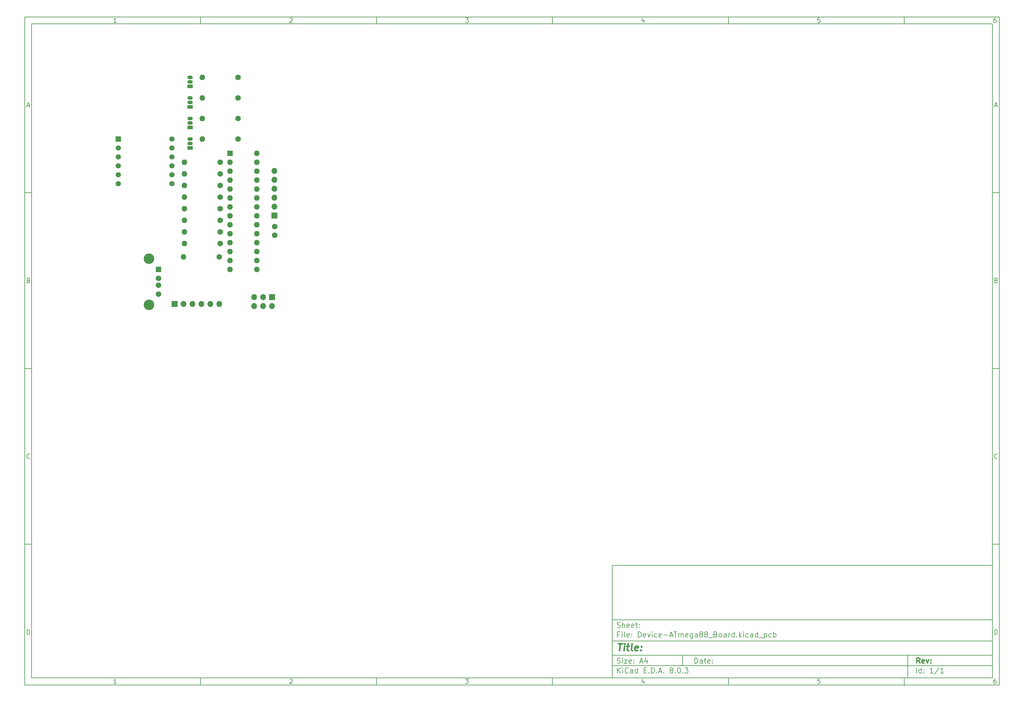
<source format=gbr>
%TF.GenerationSoftware,KiCad,Pcbnew,8.0.3*%
%TF.CreationDate,2025-04-06T07:58:35+09:00*%
%TF.ProjectId,Device-ATmega88_Board,44657669-6365-42d4-9154-6d6567613838,rev?*%
%TF.SameCoordinates,Original*%
%TF.FileFunction,Soldermask,Bot*%
%TF.FilePolarity,Negative*%
%FSLAX46Y46*%
G04 Gerber Fmt 4.6, Leading zero omitted, Abs format (unit mm)*
G04 Created by KiCad (PCBNEW 8.0.3) date 2025-04-06 07:58:35*
%MOMM*%
%LPD*%
G01*
G04 APERTURE LIST*
%ADD10C,0.100000*%
%ADD11C,0.150000*%
%ADD12C,0.300000*%
%ADD13C,0.400000*%
%ADD14C,1.600000*%
%ADD15O,1.600000X1.600000*%
%ADD16R,1.500000X1.050000*%
%ADD17O,1.500000X1.050000*%
%ADD18R,1.600000X1.600000*%
%ADD19R,1.700000X1.700000*%
%ADD20O,1.700000X1.700000*%
%ADD21R,1.500000X1.600000*%
%ADD22C,3.000000*%
%ADD23R,1.500000X1.500000*%
%ADD24C,1.500000*%
G04 APERTURE END LIST*
D10*
D11*
X177002200Y-166007200D02*
X285002200Y-166007200D01*
X285002200Y-198007200D01*
X177002200Y-198007200D01*
X177002200Y-166007200D01*
D10*
D11*
X10000000Y-10000000D02*
X287002200Y-10000000D01*
X287002200Y-200007200D01*
X10000000Y-200007200D01*
X10000000Y-10000000D01*
D10*
D11*
X12000000Y-12000000D02*
X285002200Y-12000000D01*
X285002200Y-198007200D01*
X12000000Y-198007200D01*
X12000000Y-12000000D01*
D10*
D11*
X60000000Y-12000000D02*
X60000000Y-10000000D01*
D10*
D11*
X110000000Y-12000000D02*
X110000000Y-10000000D01*
D10*
D11*
X160000000Y-12000000D02*
X160000000Y-10000000D01*
D10*
D11*
X210000000Y-12000000D02*
X210000000Y-10000000D01*
D10*
D11*
X260000000Y-12000000D02*
X260000000Y-10000000D01*
D10*
D11*
X36089160Y-11593604D02*
X35346303Y-11593604D01*
X35717731Y-11593604D02*
X35717731Y-10293604D01*
X35717731Y-10293604D02*
X35593922Y-10479319D01*
X35593922Y-10479319D02*
X35470112Y-10603128D01*
X35470112Y-10603128D02*
X35346303Y-10665033D01*
D10*
D11*
X85346303Y-10417414D02*
X85408207Y-10355509D01*
X85408207Y-10355509D02*
X85532017Y-10293604D01*
X85532017Y-10293604D02*
X85841541Y-10293604D01*
X85841541Y-10293604D02*
X85965350Y-10355509D01*
X85965350Y-10355509D02*
X86027255Y-10417414D01*
X86027255Y-10417414D02*
X86089160Y-10541223D01*
X86089160Y-10541223D02*
X86089160Y-10665033D01*
X86089160Y-10665033D02*
X86027255Y-10850747D01*
X86027255Y-10850747D02*
X85284398Y-11593604D01*
X85284398Y-11593604D02*
X86089160Y-11593604D01*
D10*
D11*
X135284398Y-10293604D02*
X136089160Y-10293604D01*
X136089160Y-10293604D02*
X135655826Y-10788842D01*
X135655826Y-10788842D02*
X135841541Y-10788842D01*
X135841541Y-10788842D02*
X135965350Y-10850747D01*
X135965350Y-10850747D02*
X136027255Y-10912652D01*
X136027255Y-10912652D02*
X136089160Y-11036461D01*
X136089160Y-11036461D02*
X136089160Y-11345985D01*
X136089160Y-11345985D02*
X136027255Y-11469795D01*
X136027255Y-11469795D02*
X135965350Y-11531700D01*
X135965350Y-11531700D02*
X135841541Y-11593604D01*
X135841541Y-11593604D02*
X135470112Y-11593604D01*
X135470112Y-11593604D02*
X135346303Y-11531700D01*
X135346303Y-11531700D02*
X135284398Y-11469795D01*
D10*
D11*
X185965350Y-10726938D02*
X185965350Y-11593604D01*
X185655826Y-10231700D02*
X185346303Y-11160271D01*
X185346303Y-11160271D02*
X186151064Y-11160271D01*
D10*
D11*
X236027255Y-10293604D02*
X235408207Y-10293604D01*
X235408207Y-10293604D02*
X235346303Y-10912652D01*
X235346303Y-10912652D02*
X235408207Y-10850747D01*
X235408207Y-10850747D02*
X235532017Y-10788842D01*
X235532017Y-10788842D02*
X235841541Y-10788842D01*
X235841541Y-10788842D02*
X235965350Y-10850747D01*
X235965350Y-10850747D02*
X236027255Y-10912652D01*
X236027255Y-10912652D02*
X236089160Y-11036461D01*
X236089160Y-11036461D02*
X236089160Y-11345985D01*
X236089160Y-11345985D02*
X236027255Y-11469795D01*
X236027255Y-11469795D02*
X235965350Y-11531700D01*
X235965350Y-11531700D02*
X235841541Y-11593604D01*
X235841541Y-11593604D02*
X235532017Y-11593604D01*
X235532017Y-11593604D02*
X235408207Y-11531700D01*
X235408207Y-11531700D02*
X235346303Y-11469795D01*
D10*
D11*
X285965350Y-10293604D02*
X285717731Y-10293604D01*
X285717731Y-10293604D02*
X285593922Y-10355509D01*
X285593922Y-10355509D02*
X285532017Y-10417414D01*
X285532017Y-10417414D02*
X285408207Y-10603128D01*
X285408207Y-10603128D02*
X285346303Y-10850747D01*
X285346303Y-10850747D02*
X285346303Y-11345985D01*
X285346303Y-11345985D02*
X285408207Y-11469795D01*
X285408207Y-11469795D02*
X285470112Y-11531700D01*
X285470112Y-11531700D02*
X285593922Y-11593604D01*
X285593922Y-11593604D02*
X285841541Y-11593604D01*
X285841541Y-11593604D02*
X285965350Y-11531700D01*
X285965350Y-11531700D02*
X286027255Y-11469795D01*
X286027255Y-11469795D02*
X286089160Y-11345985D01*
X286089160Y-11345985D02*
X286089160Y-11036461D01*
X286089160Y-11036461D02*
X286027255Y-10912652D01*
X286027255Y-10912652D02*
X285965350Y-10850747D01*
X285965350Y-10850747D02*
X285841541Y-10788842D01*
X285841541Y-10788842D02*
X285593922Y-10788842D01*
X285593922Y-10788842D02*
X285470112Y-10850747D01*
X285470112Y-10850747D02*
X285408207Y-10912652D01*
X285408207Y-10912652D02*
X285346303Y-11036461D01*
D10*
D11*
X60000000Y-198007200D02*
X60000000Y-200007200D01*
D10*
D11*
X110000000Y-198007200D02*
X110000000Y-200007200D01*
D10*
D11*
X160000000Y-198007200D02*
X160000000Y-200007200D01*
D10*
D11*
X210000000Y-198007200D02*
X210000000Y-200007200D01*
D10*
D11*
X260000000Y-198007200D02*
X260000000Y-200007200D01*
D10*
D11*
X36089160Y-199600804D02*
X35346303Y-199600804D01*
X35717731Y-199600804D02*
X35717731Y-198300804D01*
X35717731Y-198300804D02*
X35593922Y-198486519D01*
X35593922Y-198486519D02*
X35470112Y-198610328D01*
X35470112Y-198610328D02*
X35346303Y-198672233D01*
D10*
D11*
X85346303Y-198424614D02*
X85408207Y-198362709D01*
X85408207Y-198362709D02*
X85532017Y-198300804D01*
X85532017Y-198300804D02*
X85841541Y-198300804D01*
X85841541Y-198300804D02*
X85965350Y-198362709D01*
X85965350Y-198362709D02*
X86027255Y-198424614D01*
X86027255Y-198424614D02*
X86089160Y-198548423D01*
X86089160Y-198548423D02*
X86089160Y-198672233D01*
X86089160Y-198672233D02*
X86027255Y-198857947D01*
X86027255Y-198857947D02*
X85284398Y-199600804D01*
X85284398Y-199600804D02*
X86089160Y-199600804D01*
D10*
D11*
X135284398Y-198300804D02*
X136089160Y-198300804D01*
X136089160Y-198300804D02*
X135655826Y-198796042D01*
X135655826Y-198796042D02*
X135841541Y-198796042D01*
X135841541Y-198796042D02*
X135965350Y-198857947D01*
X135965350Y-198857947D02*
X136027255Y-198919852D01*
X136027255Y-198919852D02*
X136089160Y-199043661D01*
X136089160Y-199043661D02*
X136089160Y-199353185D01*
X136089160Y-199353185D02*
X136027255Y-199476995D01*
X136027255Y-199476995D02*
X135965350Y-199538900D01*
X135965350Y-199538900D02*
X135841541Y-199600804D01*
X135841541Y-199600804D02*
X135470112Y-199600804D01*
X135470112Y-199600804D02*
X135346303Y-199538900D01*
X135346303Y-199538900D02*
X135284398Y-199476995D01*
D10*
D11*
X185965350Y-198734138D02*
X185965350Y-199600804D01*
X185655826Y-198238900D02*
X185346303Y-199167471D01*
X185346303Y-199167471D02*
X186151064Y-199167471D01*
D10*
D11*
X236027255Y-198300804D02*
X235408207Y-198300804D01*
X235408207Y-198300804D02*
X235346303Y-198919852D01*
X235346303Y-198919852D02*
X235408207Y-198857947D01*
X235408207Y-198857947D02*
X235532017Y-198796042D01*
X235532017Y-198796042D02*
X235841541Y-198796042D01*
X235841541Y-198796042D02*
X235965350Y-198857947D01*
X235965350Y-198857947D02*
X236027255Y-198919852D01*
X236027255Y-198919852D02*
X236089160Y-199043661D01*
X236089160Y-199043661D02*
X236089160Y-199353185D01*
X236089160Y-199353185D02*
X236027255Y-199476995D01*
X236027255Y-199476995D02*
X235965350Y-199538900D01*
X235965350Y-199538900D02*
X235841541Y-199600804D01*
X235841541Y-199600804D02*
X235532017Y-199600804D01*
X235532017Y-199600804D02*
X235408207Y-199538900D01*
X235408207Y-199538900D02*
X235346303Y-199476995D01*
D10*
D11*
X285965350Y-198300804D02*
X285717731Y-198300804D01*
X285717731Y-198300804D02*
X285593922Y-198362709D01*
X285593922Y-198362709D02*
X285532017Y-198424614D01*
X285532017Y-198424614D02*
X285408207Y-198610328D01*
X285408207Y-198610328D02*
X285346303Y-198857947D01*
X285346303Y-198857947D02*
X285346303Y-199353185D01*
X285346303Y-199353185D02*
X285408207Y-199476995D01*
X285408207Y-199476995D02*
X285470112Y-199538900D01*
X285470112Y-199538900D02*
X285593922Y-199600804D01*
X285593922Y-199600804D02*
X285841541Y-199600804D01*
X285841541Y-199600804D02*
X285965350Y-199538900D01*
X285965350Y-199538900D02*
X286027255Y-199476995D01*
X286027255Y-199476995D02*
X286089160Y-199353185D01*
X286089160Y-199353185D02*
X286089160Y-199043661D01*
X286089160Y-199043661D02*
X286027255Y-198919852D01*
X286027255Y-198919852D02*
X285965350Y-198857947D01*
X285965350Y-198857947D02*
X285841541Y-198796042D01*
X285841541Y-198796042D02*
X285593922Y-198796042D01*
X285593922Y-198796042D02*
X285470112Y-198857947D01*
X285470112Y-198857947D02*
X285408207Y-198919852D01*
X285408207Y-198919852D02*
X285346303Y-199043661D01*
D10*
D11*
X10000000Y-60000000D02*
X12000000Y-60000000D01*
D10*
D11*
X10000000Y-110000000D02*
X12000000Y-110000000D01*
D10*
D11*
X10000000Y-160000000D02*
X12000000Y-160000000D01*
D10*
D11*
X10690476Y-35222176D02*
X11309523Y-35222176D01*
X10566666Y-35593604D02*
X10999999Y-34293604D01*
X10999999Y-34293604D02*
X11433333Y-35593604D01*
D10*
D11*
X11092857Y-84912652D02*
X11278571Y-84974557D01*
X11278571Y-84974557D02*
X11340476Y-85036461D01*
X11340476Y-85036461D02*
X11402380Y-85160271D01*
X11402380Y-85160271D02*
X11402380Y-85345985D01*
X11402380Y-85345985D02*
X11340476Y-85469795D01*
X11340476Y-85469795D02*
X11278571Y-85531700D01*
X11278571Y-85531700D02*
X11154761Y-85593604D01*
X11154761Y-85593604D02*
X10659523Y-85593604D01*
X10659523Y-85593604D02*
X10659523Y-84293604D01*
X10659523Y-84293604D02*
X11092857Y-84293604D01*
X11092857Y-84293604D02*
X11216666Y-84355509D01*
X11216666Y-84355509D02*
X11278571Y-84417414D01*
X11278571Y-84417414D02*
X11340476Y-84541223D01*
X11340476Y-84541223D02*
X11340476Y-84665033D01*
X11340476Y-84665033D02*
X11278571Y-84788842D01*
X11278571Y-84788842D02*
X11216666Y-84850747D01*
X11216666Y-84850747D02*
X11092857Y-84912652D01*
X11092857Y-84912652D02*
X10659523Y-84912652D01*
D10*
D11*
X11402380Y-135469795D02*
X11340476Y-135531700D01*
X11340476Y-135531700D02*
X11154761Y-135593604D01*
X11154761Y-135593604D02*
X11030952Y-135593604D01*
X11030952Y-135593604D02*
X10845238Y-135531700D01*
X10845238Y-135531700D02*
X10721428Y-135407890D01*
X10721428Y-135407890D02*
X10659523Y-135284080D01*
X10659523Y-135284080D02*
X10597619Y-135036461D01*
X10597619Y-135036461D02*
X10597619Y-134850747D01*
X10597619Y-134850747D02*
X10659523Y-134603128D01*
X10659523Y-134603128D02*
X10721428Y-134479319D01*
X10721428Y-134479319D02*
X10845238Y-134355509D01*
X10845238Y-134355509D02*
X11030952Y-134293604D01*
X11030952Y-134293604D02*
X11154761Y-134293604D01*
X11154761Y-134293604D02*
X11340476Y-134355509D01*
X11340476Y-134355509D02*
X11402380Y-134417414D01*
D10*
D11*
X10659523Y-185593604D02*
X10659523Y-184293604D01*
X10659523Y-184293604D02*
X10969047Y-184293604D01*
X10969047Y-184293604D02*
X11154761Y-184355509D01*
X11154761Y-184355509D02*
X11278571Y-184479319D01*
X11278571Y-184479319D02*
X11340476Y-184603128D01*
X11340476Y-184603128D02*
X11402380Y-184850747D01*
X11402380Y-184850747D02*
X11402380Y-185036461D01*
X11402380Y-185036461D02*
X11340476Y-185284080D01*
X11340476Y-185284080D02*
X11278571Y-185407890D01*
X11278571Y-185407890D02*
X11154761Y-185531700D01*
X11154761Y-185531700D02*
X10969047Y-185593604D01*
X10969047Y-185593604D02*
X10659523Y-185593604D01*
D10*
D11*
X287002200Y-60000000D02*
X285002200Y-60000000D01*
D10*
D11*
X287002200Y-110000000D02*
X285002200Y-110000000D01*
D10*
D11*
X287002200Y-160000000D02*
X285002200Y-160000000D01*
D10*
D11*
X285692676Y-35222176D02*
X286311723Y-35222176D01*
X285568866Y-35593604D02*
X286002199Y-34293604D01*
X286002199Y-34293604D02*
X286435533Y-35593604D01*
D10*
D11*
X286095057Y-84912652D02*
X286280771Y-84974557D01*
X286280771Y-84974557D02*
X286342676Y-85036461D01*
X286342676Y-85036461D02*
X286404580Y-85160271D01*
X286404580Y-85160271D02*
X286404580Y-85345985D01*
X286404580Y-85345985D02*
X286342676Y-85469795D01*
X286342676Y-85469795D02*
X286280771Y-85531700D01*
X286280771Y-85531700D02*
X286156961Y-85593604D01*
X286156961Y-85593604D02*
X285661723Y-85593604D01*
X285661723Y-85593604D02*
X285661723Y-84293604D01*
X285661723Y-84293604D02*
X286095057Y-84293604D01*
X286095057Y-84293604D02*
X286218866Y-84355509D01*
X286218866Y-84355509D02*
X286280771Y-84417414D01*
X286280771Y-84417414D02*
X286342676Y-84541223D01*
X286342676Y-84541223D02*
X286342676Y-84665033D01*
X286342676Y-84665033D02*
X286280771Y-84788842D01*
X286280771Y-84788842D02*
X286218866Y-84850747D01*
X286218866Y-84850747D02*
X286095057Y-84912652D01*
X286095057Y-84912652D02*
X285661723Y-84912652D01*
D10*
D11*
X286404580Y-135469795D02*
X286342676Y-135531700D01*
X286342676Y-135531700D02*
X286156961Y-135593604D01*
X286156961Y-135593604D02*
X286033152Y-135593604D01*
X286033152Y-135593604D02*
X285847438Y-135531700D01*
X285847438Y-135531700D02*
X285723628Y-135407890D01*
X285723628Y-135407890D02*
X285661723Y-135284080D01*
X285661723Y-135284080D02*
X285599819Y-135036461D01*
X285599819Y-135036461D02*
X285599819Y-134850747D01*
X285599819Y-134850747D02*
X285661723Y-134603128D01*
X285661723Y-134603128D02*
X285723628Y-134479319D01*
X285723628Y-134479319D02*
X285847438Y-134355509D01*
X285847438Y-134355509D02*
X286033152Y-134293604D01*
X286033152Y-134293604D02*
X286156961Y-134293604D01*
X286156961Y-134293604D02*
X286342676Y-134355509D01*
X286342676Y-134355509D02*
X286404580Y-134417414D01*
D10*
D11*
X285661723Y-185593604D02*
X285661723Y-184293604D01*
X285661723Y-184293604D02*
X285971247Y-184293604D01*
X285971247Y-184293604D02*
X286156961Y-184355509D01*
X286156961Y-184355509D02*
X286280771Y-184479319D01*
X286280771Y-184479319D02*
X286342676Y-184603128D01*
X286342676Y-184603128D02*
X286404580Y-184850747D01*
X286404580Y-184850747D02*
X286404580Y-185036461D01*
X286404580Y-185036461D02*
X286342676Y-185284080D01*
X286342676Y-185284080D02*
X286280771Y-185407890D01*
X286280771Y-185407890D02*
X286156961Y-185531700D01*
X286156961Y-185531700D02*
X285971247Y-185593604D01*
X285971247Y-185593604D02*
X285661723Y-185593604D01*
D10*
D11*
X200458026Y-193793328D02*
X200458026Y-192293328D01*
X200458026Y-192293328D02*
X200815169Y-192293328D01*
X200815169Y-192293328D02*
X201029455Y-192364757D01*
X201029455Y-192364757D02*
X201172312Y-192507614D01*
X201172312Y-192507614D02*
X201243741Y-192650471D01*
X201243741Y-192650471D02*
X201315169Y-192936185D01*
X201315169Y-192936185D02*
X201315169Y-193150471D01*
X201315169Y-193150471D02*
X201243741Y-193436185D01*
X201243741Y-193436185D02*
X201172312Y-193579042D01*
X201172312Y-193579042D02*
X201029455Y-193721900D01*
X201029455Y-193721900D02*
X200815169Y-193793328D01*
X200815169Y-193793328D02*
X200458026Y-193793328D01*
X202600884Y-193793328D02*
X202600884Y-193007614D01*
X202600884Y-193007614D02*
X202529455Y-192864757D01*
X202529455Y-192864757D02*
X202386598Y-192793328D01*
X202386598Y-192793328D02*
X202100884Y-192793328D01*
X202100884Y-192793328D02*
X201958026Y-192864757D01*
X202600884Y-193721900D02*
X202458026Y-193793328D01*
X202458026Y-193793328D02*
X202100884Y-193793328D01*
X202100884Y-193793328D02*
X201958026Y-193721900D01*
X201958026Y-193721900D02*
X201886598Y-193579042D01*
X201886598Y-193579042D02*
X201886598Y-193436185D01*
X201886598Y-193436185D02*
X201958026Y-193293328D01*
X201958026Y-193293328D02*
X202100884Y-193221900D01*
X202100884Y-193221900D02*
X202458026Y-193221900D01*
X202458026Y-193221900D02*
X202600884Y-193150471D01*
X203100884Y-192793328D02*
X203672312Y-192793328D01*
X203315169Y-192293328D02*
X203315169Y-193579042D01*
X203315169Y-193579042D02*
X203386598Y-193721900D01*
X203386598Y-193721900D02*
X203529455Y-193793328D01*
X203529455Y-193793328D02*
X203672312Y-193793328D01*
X204743741Y-193721900D02*
X204600884Y-193793328D01*
X204600884Y-193793328D02*
X204315170Y-193793328D01*
X204315170Y-193793328D02*
X204172312Y-193721900D01*
X204172312Y-193721900D02*
X204100884Y-193579042D01*
X204100884Y-193579042D02*
X204100884Y-193007614D01*
X204100884Y-193007614D02*
X204172312Y-192864757D01*
X204172312Y-192864757D02*
X204315170Y-192793328D01*
X204315170Y-192793328D02*
X204600884Y-192793328D01*
X204600884Y-192793328D02*
X204743741Y-192864757D01*
X204743741Y-192864757D02*
X204815170Y-193007614D01*
X204815170Y-193007614D02*
X204815170Y-193150471D01*
X204815170Y-193150471D02*
X204100884Y-193293328D01*
X205458026Y-193650471D02*
X205529455Y-193721900D01*
X205529455Y-193721900D02*
X205458026Y-193793328D01*
X205458026Y-193793328D02*
X205386598Y-193721900D01*
X205386598Y-193721900D02*
X205458026Y-193650471D01*
X205458026Y-193650471D02*
X205458026Y-193793328D01*
X205458026Y-192864757D02*
X205529455Y-192936185D01*
X205529455Y-192936185D02*
X205458026Y-193007614D01*
X205458026Y-193007614D02*
X205386598Y-192936185D01*
X205386598Y-192936185D02*
X205458026Y-192864757D01*
X205458026Y-192864757D02*
X205458026Y-193007614D01*
D10*
D11*
X177002200Y-194507200D02*
X285002200Y-194507200D01*
D10*
D11*
X178458026Y-196593328D02*
X178458026Y-195093328D01*
X179315169Y-196593328D02*
X178672312Y-195736185D01*
X179315169Y-195093328D02*
X178458026Y-195950471D01*
X179958026Y-196593328D02*
X179958026Y-195593328D01*
X179958026Y-195093328D02*
X179886598Y-195164757D01*
X179886598Y-195164757D02*
X179958026Y-195236185D01*
X179958026Y-195236185D02*
X180029455Y-195164757D01*
X180029455Y-195164757D02*
X179958026Y-195093328D01*
X179958026Y-195093328D02*
X179958026Y-195236185D01*
X181529455Y-196450471D02*
X181458027Y-196521900D01*
X181458027Y-196521900D02*
X181243741Y-196593328D01*
X181243741Y-196593328D02*
X181100884Y-196593328D01*
X181100884Y-196593328D02*
X180886598Y-196521900D01*
X180886598Y-196521900D02*
X180743741Y-196379042D01*
X180743741Y-196379042D02*
X180672312Y-196236185D01*
X180672312Y-196236185D02*
X180600884Y-195950471D01*
X180600884Y-195950471D02*
X180600884Y-195736185D01*
X180600884Y-195736185D02*
X180672312Y-195450471D01*
X180672312Y-195450471D02*
X180743741Y-195307614D01*
X180743741Y-195307614D02*
X180886598Y-195164757D01*
X180886598Y-195164757D02*
X181100884Y-195093328D01*
X181100884Y-195093328D02*
X181243741Y-195093328D01*
X181243741Y-195093328D02*
X181458027Y-195164757D01*
X181458027Y-195164757D02*
X181529455Y-195236185D01*
X182815170Y-196593328D02*
X182815170Y-195807614D01*
X182815170Y-195807614D02*
X182743741Y-195664757D01*
X182743741Y-195664757D02*
X182600884Y-195593328D01*
X182600884Y-195593328D02*
X182315170Y-195593328D01*
X182315170Y-195593328D02*
X182172312Y-195664757D01*
X182815170Y-196521900D02*
X182672312Y-196593328D01*
X182672312Y-196593328D02*
X182315170Y-196593328D01*
X182315170Y-196593328D02*
X182172312Y-196521900D01*
X182172312Y-196521900D02*
X182100884Y-196379042D01*
X182100884Y-196379042D02*
X182100884Y-196236185D01*
X182100884Y-196236185D02*
X182172312Y-196093328D01*
X182172312Y-196093328D02*
X182315170Y-196021900D01*
X182315170Y-196021900D02*
X182672312Y-196021900D01*
X182672312Y-196021900D02*
X182815170Y-195950471D01*
X184172313Y-196593328D02*
X184172313Y-195093328D01*
X184172313Y-196521900D02*
X184029455Y-196593328D01*
X184029455Y-196593328D02*
X183743741Y-196593328D01*
X183743741Y-196593328D02*
X183600884Y-196521900D01*
X183600884Y-196521900D02*
X183529455Y-196450471D01*
X183529455Y-196450471D02*
X183458027Y-196307614D01*
X183458027Y-196307614D02*
X183458027Y-195879042D01*
X183458027Y-195879042D02*
X183529455Y-195736185D01*
X183529455Y-195736185D02*
X183600884Y-195664757D01*
X183600884Y-195664757D02*
X183743741Y-195593328D01*
X183743741Y-195593328D02*
X184029455Y-195593328D01*
X184029455Y-195593328D02*
X184172313Y-195664757D01*
X186029455Y-195807614D02*
X186529455Y-195807614D01*
X186743741Y-196593328D02*
X186029455Y-196593328D01*
X186029455Y-196593328D02*
X186029455Y-195093328D01*
X186029455Y-195093328D02*
X186743741Y-195093328D01*
X187386598Y-196450471D02*
X187458027Y-196521900D01*
X187458027Y-196521900D02*
X187386598Y-196593328D01*
X187386598Y-196593328D02*
X187315170Y-196521900D01*
X187315170Y-196521900D02*
X187386598Y-196450471D01*
X187386598Y-196450471D02*
X187386598Y-196593328D01*
X188100884Y-196593328D02*
X188100884Y-195093328D01*
X188100884Y-195093328D02*
X188458027Y-195093328D01*
X188458027Y-195093328D02*
X188672313Y-195164757D01*
X188672313Y-195164757D02*
X188815170Y-195307614D01*
X188815170Y-195307614D02*
X188886599Y-195450471D01*
X188886599Y-195450471D02*
X188958027Y-195736185D01*
X188958027Y-195736185D02*
X188958027Y-195950471D01*
X188958027Y-195950471D02*
X188886599Y-196236185D01*
X188886599Y-196236185D02*
X188815170Y-196379042D01*
X188815170Y-196379042D02*
X188672313Y-196521900D01*
X188672313Y-196521900D02*
X188458027Y-196593328D01*
X188458027Y-196593328D02*
X188100884Y-196593328D01*
X189600884Y-196450471D02*
X189672313Y-196521900D01*
X189672313Y-196521900D02*
X189600884Y-196593328D01*
X189600884Y-196593328D02*
X189529456Y-196521900D01*
X189529456Y-196521900D02*
X189600884Y-196450471D01*
X189600884Y-196450471D02*
X189600884Y-196593328D01*
X190243742Y-196164757D02*
X190958028Y-196164757D01*
X190100885Y-196593328D02*
X190600885Y-195093328D01*
X190600885Y-195093328D02*
X191100885Y-196593328D01*
X191600884Y-196450471D02*
X191672313Y-196521900D01*
X191672313Y-196521900D02*
X191600884Y-196593328D01*
X191600884Y-196593328D02*
X191529456Y-196521900D01*
X191529456Y-196521900D02*
X191600884Y-196450471D01*
X191600884Y-196450471D02*
X191600884Y-196593328D01*
X193672313Y-195736185D02*
X193529456Y-195664757D01*
X193529456Y-195664757D02*
X193458027Y-195593328D01*
X193458027Y-195593328D02*
X193386599Y-195450471D01*
X193386599Y-195450471D02*
X193386599Y-195379042D01*
X193386599Y-195379042D02*
X193458027Y-195236185D01*
X193458027Y-195236185D02*
X193529456Y-195164757D01*
X193529456Y-195164757D02*
X193672313Y-195093328D01*
X193672313Y-195093328D02*
X193958027Y-195093328D01*
X193958027Y-195093328D02*
X194100885Y-195164757D01*
X194100885Y-195164757D02*
X194172313Y-195236185D01*
X194172313Y-195236185D02*
X194243742Y-195379042D01*
X194243742Y-195379042D02*
X194243742Y-195450471D01*
X194243742Y-195450471D02*
X194172313Y-195593328D01*
X194172313Y-195593328D02*
X194100885Y-195664757D01*
X194100885Y-195664757D02*
X193958027Y-195736185D01*
X193958027Y-195736185D02*
X193672313Y-195736185D01*
X193672313Y-195736185D02*
X193529456Y-195807614D01*
X193529456Y-195807614D02*
X193458027Y-195879042D01*
X193458027Y-195879042D02*
X193386599Y-196021900D01*
X193386599Y-196021900D02*
X193386599Y-196307614D01*
X193386599Y-196307614D02*
X193458027Y-196450471D01*
X193458027Y-196450471D02*
X193529456Y-196521900D01*
X193529456Y-196521900D02*
X193672313Y-196593328D01*
X193672313Y-196593328D02*
X193958027Y-196593328D01*
X193958027Y-196593328D02*
X194100885Y-196521900D01*
X194100885Y-196521900D02*
X194172313Y-196450471D01*
X194172313Y-196450471D02*
X194243742Y-196307614D01*
X194243742Y-196307614D02*
X194243742Y-196021900D01*
X194243742Y-196021900D02*
X194172313Y-195879042D01*
X194172313Y-195879042D02*
X194100885Y-195807614D01*
X194100885Y-195807614D02*
X193958027Y-195736185D01*
X194886598Y-196450471D02*
X194958027Y-196521900D01*
X194958027Y-196521900D02*
X194886598Y-196593328D01*
X194886598Y-196593328D02*
X194815170Y-196521900D01*
X194815170Y-196521900D02*
X194886598Y-196450471D01*
X194886598Y-196450471D02*
X194886598Y-196593328D01*
X195886599Y-195093328D02*
X196029456Y-195093328D01*
X196029456Y-195093328D02*
X196172313Y-195164757D01*
X196172313Y-195164757D02*
X196243742Y-195236185D01*
X196243742Y-195236185D02*
X196315170Y-195379042D01*
X196315170Y-195379042D02*
X196386599Y-195664757D01*
X196386599Y-195664757D02*
X196386599Y-196021900D01*
X196386599Y-196021900D02*
X196315170Y-196307614D01*
X196315170Y-196307614D02*
X196243742Y-196450471D01*
X196243742Y-196450471D02*
X196172313Y-196521900D01*
X196172313Y-196521900D02*
X196029456Y-196593328D01*
X196029456Y-196593328D02*
X195886599Y-196593328D01*
X195886599Y-196593328D02*
X195743742Y-196521900D01*
X195743742Y-196521900D02*
X195672313Y-196450471D01*
X195672313Y-196450471D02*
X195600884Y-196307614D01*
X195600884Y-196307614D02*
X195529456Y-196021900D01*
X195529456Y-196021900D02*
X195529456Y-195664757D01*
X195529456Y-195664757D02*
X195600884Y-195379042D01*
X195600884Y-195379042D02*
X195672313Y-195236185D01*
X195672313Y-195236185D02*
X195743742Y-195164757D01*
X195743742Y-195164757D02*
X195886599Y-195093328D01*
X197029455Y-196450471D02*
X197100884Y-196521900D01*
X197100884Y-196521900D02*
X197029455Y-196593328D01*
X197029455Y-196593328D02*
X196958027Y-196521900D01*
X196958027Y-196521900D02*
X197029455Y-196450471D01*
X197029455Y-196450471D02*
X197029455Y-196593328D01*
X197600884Y-195093328D02*
X198529456Y-195093328D01*
X198529456Y-195093328D02*
X198029456Y-195664757D01*
X198029456Y-195664757D02*
X198243741Y-195664757D01*
X198243741Y-195664757D02*
X198386599Y-195736185D01*
X198386599Y-195736185D02*
X198458027Y-195807614D01*
X198458027Y-195807614D02*
X198529456Y-195950471D01*
X198529456Y-195950471D02*
X198529456Y-196307614D01*
X198529456Y-196307614D02*
X198458027Y-196450471D01*
X198458027Y-196450471D02*
X198386599Y-196521900D01*
X198386599Y-196521900D02*
X198243741Y-196593328D01*
X198243741Y-196593328D02*
X197815170Y-196593328D01*
X197815170Y-196593328D02*
X197672313Y-196521900D01*
X197672313Y-196521900D02*
X197600884Y-196450471D01*
D10*
D11*
X177002200Y-191507200D02*
X285002200Y-191507200D01*
D10*
D12*
X264413853Y-193785528D02*
X263913853Y-193071242D01*
X263556710Y-193785528D02*
X263556710Y-192285528D01*
X263556710Y-192285528D02*
X264128139Y-192285528D01*
X264128139Y-192285528D02*
X264270996Y-192356957D01*
X264270996Y-192356957D02*
X264342425Y-192428385D01*
X264342425Y-192428385D02*
X264413853Y-192571242D01*
X264413853Y-192571242D02*
X264413853Y-192785528D01*
X264413853Y-192785528D02*
X264342425Y-192928385D01*
X264342425Y-192928385D02*
X264270996Y-192999814D01*
X264270996Y-192999814D02*
X264128139Y-193071242D01*
X264128139Y-193071242D02*
X263556710Y-193071242D01*
X265628139Y-193714100D02*
X265485282Y-193785528D01*
X265485282Y-193785528D02*
X265199568Y-193785528D01*
X265199568Y-193785528D02*
X265056710Y-193714100D01*
X265056710Y-193714100D02*
X264985282Y-193571242D01*
X264985282Y-193571242D02*
X264985282Y-192999814D01*
X264985282Y-192999814D02*
X265056710Y-192856957D01*
X265056710Y-192856957D02*
X265199568Y-192785528D01*
X265199568Y-192785528D02*
X265485282Y-192785528D01*
X265485282Y-192785528D02*
X265628139Y-192856957D01*
X265628139Y-192856957D02*
X265699568Y-192999814D01*
X265699568Y-192999814D02*
X265699568Y-193142671D01*
X265699568Y-193142671D02*
X264985282Y-193285528D01*
X266199567Y-192785528D02*
X266556710Y-193785528D01*
X266556710Y-193785528D02*
X266913853Y-192785528D01*
X267485281Y-193642671D02*
X267556710Y-193714100D01*
X267556710Y-193714100D02*
X267485281Y-193785528D01*
X267485281Y-193785528D02*
X267413853Y-193714100D01*
X267413853Y-193714100D02*
X267485281Y-193642671D01*
X267485281Y-193642671D02*
X267485281Y-193785528D01*
X267485281Y-192856957D02*
X267556710Y-192928385D01*
X267556710Y-192928385D02*
X267485281Y-192999814D01*
X267485281Y-192999814D02*
X267413853Y-192928385D01*
X267413853Y-192928385D02*
X267485281Y-192856957D01*
X267485281Y-192856957D02*
X267485281Y-192999814D01*
D10*
D11*
X178386598Y-193721900D02*
X178600884Y-193793328D01*
X178600884Y-193793328D02*
X178958026Y-193793328D01*
X178958026Y-193793328D02*
X179100884Y-193721900D01*
X179100884Y-193721900D02*
X179172312Y-193650471D01*
X179172312Y-193650471D02*
X179243741Y-193507614D01*
X179243741Y-193507614D02*
X179243741Y-193364757D01*
X179243741Y-193364757D02*
X179172312Y-193221900D01*
X179172312Y-193221900D02*
X179100884Y-193150471D01*
X179100884Y-193150471D02*
X178958026Y-193079042D01*
X178958026Y-193079042D02*
X178672312Y-193007614D01*
X178672312Y-193007614D02*
X178529455Y-192936185D01*
X178529455Y-192936185D02*
X178458026Y-192864757D01*
X178458026Y-192864757D02*
X178386598Y-192721900D01*
X178386598Y-192721900D02*
X178386598Y-192579042D01*
X178386598Y-192579042D02*
X178458026Y-192436185D01*
X178458026Y-192436185D02*
X178529455Y-192364757D01*
X178529455Y-192364757D02*
X178672312Y-192293328D01*
X178672312Y-192293328D02*
X179029455Y-192293328D01*
X179029455Y-192293328D02*
X179243741Y-192364757D01*
X179886597Y-193793328D02*
X179886597Y-192793328D01*
X179886597Y-192293328D02*
X179815169Y-192364757D01*
X179815169Y-192364757D02*
X179886597Y-192436185D01*
X179886597Y-192436185D02*
X179958026Y-192364757D01*
X179958026Y-192364757D02*
X179886597Y-192293328D01*
X179886597Y-192293328D02*
X179886597Y-192436185D01*
X180458026Y-192793328D02*
X181243741Y-192793328D01*
X181243741Y-192793328D02*
X180458026Y-193793328D01*
X180458026Y-193793328D02*
X181243741Y-193793328D01*
X182386598Y-193721900D02*
X182243741Y-193793328D01*
X182243741Y-193793328D02*
X181958027Y-193793328D01*
X181958027Y-193793328D02*
X181815169Y-193721900D01*
X181815169Y-193721900D02*
X181743741Y-193579042D01*
X181743741Y-193579042D02*
X181743741Y-193007614D01*
X181743741Y-193007614D02*
X181815169Y-192864757D01*
X181815169Y-192864757D02*
X181958027Y-192793328D01*
X181958027Y-192793328D02*
X182243741Y-192793328D01*
X182243741Y-192793328D02*
X182386598Y-192864757D01*
X182386598Y-192864757D02*
X182458027Y-193007614D01*
X182458027Y-193007614D02*
X182458027Y-193150471D01*
X182458027Y-193150471D02*
X181743741Y-193293328D01*
X183100883Y-193650471D02*
X183172312Y-193721900D01*
X183172312Y-193721900D02*
X183100883Y-193793328D01*
X183100883Y-193793328D02*
X183029455Y-193721900D01*
X183029455Y-193721900D02*
X183100883Y-193650471D01*
X183100883Y-193650471D02*
X183100883Y-193793328D01*
X183100883Y-192864757D02*
X183172312Y-192936185D01*
X183172312Y-192936185D02*
X183100883Y-193007614D01*
X183100883Y-193007614D02*
X183029455Y-192936185D01*
X183029455Y-192936185D02*
X183100883Y-192864757D01*
X183100883Y-192864757D02*
X183100883Y-193007614D01*
X184886598Y-193364757D02*
X185600884Y-193364757D01*
X184743741Y-193793328D02*
X185243741Y-192293328D01*
X185243741Y-192293328D02*
X185743741Y-193793328D01*
X186886598Y-192793328D02*
X186886598Y-193793328D01*
X186529455Y-192221900D02*
X186172312Y-193293328D01*
X186172312Y-193293328D02*
X187100883Y-193293328D01*
D10*
D11*
X263458026Y-196593328D02*
X263458026Y-195093328D01*
X264815170Y-196593328D02*
X264815170Y-195093328D01*
X264815170Y-196521900D02*
X264672312Y-196593328D01*
X264672312Y-196593328D02*
X264386598Y-196593328D01*
X264386598Y-196593328D02*
X264243741Y-196521900D01*
X264243741Y-196521900D02*
X264172312Y-196450471D01*
X264172312Y-196450471D02*
X264100884Y-196307614D01*
X264100884Y-196307614D02*
X264100884Y-195879042D01*
X264100884Y-195879042D02*
X264172312Y-195736185D01*
X264172312Y-195736185D02*
X264243741Y-195664757D01*
X264243741Y-195664757D02*
X264386598Y-195593328D01*
X264386598Y-195593328D02*
X264672312Y-195593328D01*
X264672312Y-195593328D02*
X264815170Y-195664757D01*
X265529455Y-196450471D02*
X265600884Y-196521900D01*
X265600884Y-196521900D02*
X265529455Y-196593328D01*
X265529455Y-196593328D02*
X265458027Y-196521900D01*
X265458027Y-196521900D02*
X265529455Y-196450471D01*
X265529455Y-196450471D02*
X265529455Y-196593328D01*
X265529455Y-195664757D02*
X265600884Y-195736185D01*
X265600884Y-195736185D02*
X265529455Y-195807614D01*
X265529455Y-195807614D02*
X265458027Y-195736185D01*
X265458027Y-195736185D02*
X265529455Y-195664757D01*
X265529455Y-195664757D02*
X265529455Y-195807614D01*
X268172313Y-196593328D02*
X267315170Y-196593328D01*
X267743741Y-196593328D02*
X267743741Y-195093328D01*
X267743741Y-195093328D02*
X267600884Y-195307614D01*
X267600884Y-195307614D02*
X267458027Y-195450471D01*
X267458027Y-195450471D02*
X267315170Y-195521900D01*
X269886598Y-195021900D02*
X268600884Y-196950471D01*
X271172313Y-196593328D02*
X270315170Y-196593328D01*
X270743741Y-196593328D02*
X270743741Y-195093328D01*
X270743741Y-195093328D02*
X270600884Y-195307614D01*
X270600884Y-195307614D02*
X270458027Y-195450471D01*
X270458027Y-195450471D02*
X270315170Y-195521900D01*
D10*
D11*
X177002200Y-187507200D02*
X285002200Y-187507200D01*
D10*
D13*
X178693928Y-188211638D02*
X179836785Y-188211638D01*
X179015357Y-190211638D02*
X179265357Y-188211638D01*
X180253452Y-190211638D02*
X180420119Y-188878304D01*
X180503452Y-188211638D02*
X180396309Y-188306876D01*
X180396309Y-188306876D02*
X180479643Y-188402114D01*
X180479643Y-188402114D02*
X180586786Y-188306876D01*
X180586786Y-188306876D02*
X180503452Y-188211638D01*
X180503452Y-188211638D02*
X180479643Y-188402114D01*
X181086786Y-188878304D02*
X181848690Y-188878304D01*
X181455833Y-188211638D02*
X181241548Y-189925923D01*
X181241548Y-189925923D02*
X181312976Y-190116400D01*
X181312976Y-190116400D02*
X181491548Y-190211638D01*
X181491548Y-190211638D02*
X181682024Y-190211638D01*
X182634405Y-190211638D02*
X182455833Y-190116400D01*
X182455833Y-190116400D02*
X182384405Y-189925923D01*
X182384405Y-189925923D02*
X182598690Y-188211638D01*
X184170119Y-190116400D02*
X183967738Y-190211638D01*
X183967738Y-190211638D02*
X183586785Y-190211638D01*
X183586785Y-190211638D02*
X183408214Y-190116400D01*
X183408214Y-190116400D02*
X183336785Y-189925923D01*
X183336785Y-189925923D02*
X183432024Y-189164019D01*
X183432024Y-189164019D02*
X183551071Y-188973542D01*
X183551071Y-188973542D02*
X183753452Y-188878304D01*
X183753452Y-188878304D02*
X184134404Y-188878304D01*
X184134404Y-188878304D02*
X184312976Y-188973542D01*
X184312976Y-188973542D02*
X184384404Y-189164019D01*
X184384404Y-189164019D02*
X184360595Y-189354495D01*
X184360595Y-189354495D02*
X183384404Y-189544971D01*
X185134405Y-190021161D02*
X185217738Y-190116400D01*
X185217738Y-190116400D02*
X185110595Y-190211638D01*
X185110595Y-190211638D02*
X185027262Y-190116400D01*
X185027262Y-190116400D02*
X185134405Y-190021161D01*
X185134405Y-190021161D02*
X185110595Y-190211638D01*
X185265357Y-188973542D02*
X185348690Y-189068780D01*
X185348690Y-189068780D02*
X185241548Y-189164019D01*
X185241548Y-189164019D02*
X185158214Y-189068780D01*
X185158214Y-189068780D02*
X185265357Y-188973542D01*
X185265357Y-188973542D02*
X185241548Y-189164019D01*
D10*
D11*
X178958026Y-185607614D02*
X178458026Y-185607614D01*
X178458026Y-186393328D02*
X178458026Y-184893328D01*
X178458026Y-184893328D02*
X179172312Y-184893328D01*
X179743740Y-186393328D02*
X179743740Y-185393328D01*
X179743740Y-184893328D02*
X179672312Y-184964757D01*
X179672312Y-184964757D02*
X179743740Y-185036185D01*
X179743740Y-185036185D02*
X179815169Y-184964757D01*
X179815169Y-184964757D02*
X179743740Y-184893328D01*
X179743740Y-184893328D02*
X179743740Y-185036185D01*
X180672312Y-186393328D02*
X180529455Y-186321900D01*
X180529455Y-186321900D02*
X180458026Y-186179042D01*
X180458026Y-186179042D02*
X180458026Y-184893328D01*
X181815169Y-186321900D02*
X181672312Y-186393328D01*
X181672312Y-186393328D02*
X181386598Y-186393328D01*
X181386598Y-186393328D02*
X181243740Y-186321900D01*
X181243740Y-186321900D02*
X181172312Y-186179042D01*
X181172312Y-186179042D02*
X181172312Y-185607614D01*
X181172312Y-185607614D02*
X181243740Y-185464757D01*
X181243740Y-185464757D02*
X181386598Y-185393328D01*
X181386598Y-185393328D02*
X181672312Y-185393328D01*
X181672312Y-185393328D02*
X181815169Y-185464757D01*
X181815169Y-185464757D02*
X181886598Y-185607614D01*
X181886598Y-185607614D02*
X181886598Y-185750471D01*
X181886598Y-185750471D02*
X181172312Y-185893328D01*
X182529454Y-186250471D02*
X182600883Y-186321900D01*
X182600883Y-186321900D02*
X182529454Y-186393328D01*
X182529454Y-186393328D02*
X182458026Y-186321900D01*
X182458026Y-186321900D02*
X182529454Y-186250471D01*
X182529454Y-186250471D02*
X182529454Y-186393328D01*
X182529454Y-185464757D02*
X182600883Y-185536185D01*
X182600883Y-185536185D02*
X182529454Y-185607614D01*
X182529454Y-185607614D02*
X182458026Y-185536185D01*
X182458026Y-185536185D02*
X182529454Y-185464757D01*
X182529454Y-185464757D02*
X182529454Y-185607614D01*
X184386597Y-186393328D02*
X184386597Y-184893328D01*
X184386597Y-184893328D02*
X184743740Y-184893328D01*
X184743740Y-184893328D02*
X184958026Y-184964757D01*
X184958026Y-184964757D02*
X185100883Y-185107614D01*
X185100883Y-185107614D02*
X185172312Y-185250471D01*
X185172312Y-185250471D02*
X185243740Y-185536185D01*
X185243740Y-185536185D02*
X185243740Y-185750471D01*
X185243740Y-185750471D02*
X185172312Y-186036185D01*
X185172312Y-186036185D02*
X185100883Y-186179042D01*
X185100883Y-186179042D02*
X184958026Y-186321900D01*
X184958026Y-186321900D02*
X184743740Y-186393328D01*
X184743740Y-186393328D02*
X184386597Y-186393328D01*
X186458026Y-186321900D02*
X186315169Y-186393328D01*
X186315169Y-186393328D02*
X186029455Y-186393328D01*
X186029455Y-186393328D02*
X185886597Y-186321900D01*
X185886597Y-186321900D02*
X185815169Y-186179042D01*
X185815169Y-186179042D02*
X185815169Y-185607614D01*
X185815169Y-185607614D02*
X185886597Y-185464757D01*
X185886597Y-185464757D02*
X186029455Y-185393328D01*
X186029455Y-185393328D02*
X186315169Y-185393328D01*
X186315169Y-185393328D02*
X186458026Y-185464757D01*
X186458026Y-185464757D02*
X186529455Y-185607614D01*
X186529455Y-185607614D02*
X186529455Y-185750471D01*
X186529455Y-185750471D02*
X185815169Y-185893328D01*
X187029454Y-185393328D02*
X187386597Y-186393328D01*
X187386597Y-186393328D02*
X187743740Y-185393328D01*
X188315168Y-186393328D02*
X188315168Y-185393328D01*
X188315168Y-184893328D02*
X188243740Y-184964757D01*
X188243740Y-184964757D02*
X188315168Y-185036185D01*
X188315168Y-185036185D02*
X188386597Y-184964757D01*
X188386597Y-184964757D02*
X188315168Y-184893328D01*
X188315168Y-184893328D02*
X188315168Y-185036185D01*
X189672312Y-186321900D02*
X189529454Y-186393328D01*
X189529454Y-186393328D02*
X189243740Y-186393328D01*
X189243740Y-186393328D02*
X189100883Y-186321900D01*
X189100883Y-186321900D02*
X189029454Y-186250471D01*
X189029454Y-186250471D02*
X188958026Y-186107614D01*
X188958026Y-186107614D02*
X188958026Y-185679042D01*
X188958026Y-185679042D02*
X189029454Y-185536185D01*
X189029454Y-185536185D02*
X189100883Y-185464757D01*
X189100883Y-185464757D02*
X189243740Y-185393328D01*
X189243740Y-185393328D02*
X189529454Y-185393328D01*
X189529454Y-185393328D02*
X189672312Y-185464757D01*
X190886597Y-186321900D02*
X190743740Y-186393328D01*
X190743740Y-186393328D02*
X190458026Y-186393328D01*
X190458026Y-186393328D02*
X190315168Y-186321900D01*
X190315168Y-186321900D02*
X190243740Y-186179042D01*
X190243740Y-186179042D02*
X190243740Y-185607614D01*
X190243740Y-185607614D02*
X190315168Y-185464757D01*
X190315168Y-185464757D02*
X190458026Y-185393328D01*
X190458026Y-185393328D02*
X190743740Y-185393328D01*
X190743740Y-185393328D02*
X190886597Y-185464757D01*
X190886597Y-185464757D02*
X190958026Y-185607614D01*
X190958026Y-185607614D02*
X190958026Y-185750471D01*
X190958026Y-185750471D02*
X190243740Y-185893328D01*
X191600882Y-185821900D02*
X192743740Y-185821900D01*
X193386597Y-185964757D02*
X194100883Y-185964757D01*
X193243740Y-186393328D02*
X193743740Y-184893328D01*
X193743740Y-184893328D02*
X194243740Y-186393328D01*
X194529454Y-184893328D02*
X195386597Y-184893328D01*
X194958025Y-186393328D02*
X194958025Y-184893328D01*
X195886596Y-186393328D02*
X195886596Y-185393328D01*
X195886596Y-185536185D02*
X195958025Y-185464757D01*
X195958025Y-185464757D02*
X196100882Y-185393328D01*
X196100882Y-185393328D02*
X196315168Y-185393328D01*
X196315168Y-185393328D02*
X196458025Y-185464757D01*
X196458025Y-185464757D02*
X196529454Y-185607614D01*
X196529454Y-185607614D02*
X196529454Y-186393328D01*
X196529454Y-185607614D02*
X196600882Y-185464757D01*
X196600882Y-185464757D02*
X196743739Y-185393328D01*
X196743739Y-185393328D02*
X196958025Y-185393328D01*
X196958025Y-185393328D02*
X197100882Y-185464757D01*
X197100882Y-185464757D02*
X197172311Y-185607614D01*
X197172311Y-185607614D02*
X197172311Y-186393328D01*
X198458025Y-186321900D02*
X198315168Y-186393328D01*
X198315168Y-186393328D02*
X198029454Y-186393328D01*
X198029454Y-186393328D02*
X197886596Y-186321900D01*
X197886596Y-186321900D02*
X197815168Y-186179042D01*
X197815168Y-186179042D02*
X197815168Y-185607614D01*
X197815168Y-185607614D02*
X197886596Y-185464757D01*
X197886596Y-185464757D02*
X198029454Y-185393328D01*
X198029454Y-185393328D02*
X198315168Y-185393328D01*
X198315168Y-185393328D02*
X198458025Y-185464757D01*
X198458025Y-185464757D02*
X198529454Y-185607614D01*
X198529454Y-185607614D02*
X198529454Y-185750471D01*
X198529454Y-185750471D02*
X197815168Y-185893328D01*
X199815168Y-185393328D02*
X199815168Y-186607614D01*
X199815168Y-186607614D02*
X199743739Y-186750471D01*
X199743739Y-186750471D02*
X199672310Y-186821900D01*
X199672310Y-186821900D02*
X199529453Y-186893328D01*
X199529453Y-186893328D02*
X199315168Y-186893328D01*
X199315168Y-186893328D02*
X199172310Y-186821900D01*
X199815168Y-186321900D02*
X199672310Y-186393328D01*
X199672310Y-186393328D02*
X199386596Y-186393328D01*
X199386596Y-186393328D02*
X199243739Y-186321900D01*
X199243739Y-186321900D02*
X199172310Y-186250471D01*
X199172310Y-186250471D02*
X199100882Y-186107614D01*
X199100882Y-186107614D02*
X199100882Y-185679042D01*
X199100882Y-185679042D02*
X199172310Y-185536185D01*
X199172310Y-185536185D02*
X199243739Y-185464757D01*
X199243739Y-185464757D02*
X199386596Y-185393328D01*
X199386596Y-185393328D02*
X199672310Y-185393328D01*
X199672310Y-185393328D02*
X199815168Y-185464757D01*
X201172311Y-186393328D02*
X201172311Y-185607614D01*
X201172311Y-185607614D02*
X201100882Y-185464757D01*
X201100882Y-185464757D02*
X200958025Y-185393328D01*
X200958025Y-185393328D02*
X200672311Y-185393328D01*
X200672311Y-185393328D02*
X200529453Y-185464757D01*
X201172311Y-186321900D02*
X201029453Y-186393328D01*
X201029453Y-186393328D02*
X200672311Y-186393328D01*
X200672311Y-186393328D02*
X200529453Y-186321900D01*
X200529453Y-186321900D02*
X200458025Y-186179042D01*
X200458025Y-186179042D02*
X200458025Y-186036185D01*
X200458025Y-186036185D02*
X200529453Y-185893328D01*
X200529453Y-185893328D02*
X200672311Y-185821900D01*
X200672311Y-185821900D02*
X201029453Y-185821900D01*
X201029453Y-185821900D02*
X201172311Y-185750471D01*
X202100882Y-185536185D02*
X201958025Y-185464757D01*
X201958025Y-185464757D02*
X201886596Y-185393328D01*
X201886596Y-185393328D02*
X201815168Y-185250471D01*
X201815168Y-185250471D02*
X201815168Y-185179042D01*
X201815168Y-185179042D02*
X201886596Y-185036185D01*
X201886596Y-185036185D02*
X201958025Y-184964757D01*
X201958025Y-184964757D02*
X202100882Y-184893328D01*
X202100882Y-184893328D02*
X202386596Y-184893328D01*
X202386596Y-184893328D02*
X202529454Y-184964757D01*
X202529454Y-184964757D02*
X202600882Y-185036185D01*
X202600882Y-185036185D02*
X202672311Y-185179042D01*
X202672311Y-185179042D02*
X202672311Y-185250471D01*
X202672311Y-185250471D02*
X202600882Y-185393328D01*
X202600882Y-185393328D02*
X202529454Y-185464757D01*
X202529454Y-185464757D02*
X202386596Y-185536185D01*
X202386596Y-185536185D02*
X202100882Y-185536185D01*
X202100882Y-185536185D02*
X201958025Y-185607614D01*
X201958025Y-185607614D02*
X201886596Y-185679042D01*
X201886596Y-185679042D02*
X201815168Y-185821900D01*
X201815168Y-185821900D02*
X201815168Y-186107614D01*
X201815168Y-186107614D02*
X201886596Y-186250471D01*
X201886596Y-186250471D02*
X201958025Y-186321900D01*
X201958025Y-186321900D02*
X202100882Y-186393328D01*
X202100882Y-186393328D02*
X202386596Y-186393328D01*
X202386596Y-186393328D02*
X202529454Y-186321900D01*
X202529454Y-186321900D02*
X202600882Y-186250471D01*
X202600882Y-186250471D02*
X202672311Y-186107614D01*
X202672311Y-186107614D02*
X202672311Y-185821900D01*
X202672311Y-185821900D02*
X202600882Y-185679042D01*
X202600882Y-185679042D02*
X202529454Y-185607614D01*
X202529454Y-185607614D02*
X202386596Y-185536185D01*
X203529453Y-185536185D02*
X203386596Y-185464757D01*
X203386596Y-185464757D02*
X203315167Y-185393328D01*
X203315167Y-185393328D02*
X203243739Y-185250471D01*
X203243739Y-185250471D02*
X203243739Y-185179042D01*
X203243739Y-185179042D02*
X203315167Y-185036185D01*
X203315167Y-185036185D02*
X203386596Y-184964757D01*
X203386596Y-184964757D02*
X203529453Y-184893328D01*
X203529453Y-184893328D02*
X203815167Y-184893328D01*
X203815167Y-184893328D02*
X203958025Y-184964757D01*
X203958025Y-184964757D02*
X204029453Y-185036185D01*
X204029453Y-185036185D02*
X204100882Y-185179042D01*
X204100882Y-185179042D02*
X204100882Y-185250471D01*
X204100882Y-185250471D02*
X204029453Y-185393328D01*
X204029453Y-185393328D02*
X203958025Y-185464757D01*
X203958025Y-185464757D02*
X203815167Y-185536185D01*
X203815167Y-185536185D02*
X203529453Y-185536185D01*
X203529453Y-185536185D02*
X203386596Y-185607614D01*
X203386596Y-185607614D02*
X203315167Y-185679042D01*
X203315167Y-185679042D02*
X203243739Y-185821900D01*
X203243739Y-185821900D02*
X203243739Y-186107614D01*
X203243739Y-186107614D02*
X203315167Y-186250471D01*
X203315167Y-186250471D02*
X203386596Y-186321900D01*
X203386596Y-186321900D02*
X203529453Y-186393328D01*
X203529453Y-186393328D02*
X203815167Y-186393328D01*
X203815167Y-186393328D02*
X203958025Y-186321900D01*
X203958025Y-186321900D02*
X204029453Y-186250471D01*
X204029453Y-186250471D02*
X204100882Y-186107614D01*
X204100882Y-186107614D02*
X204100882Y-185821900D01*
X204100882Y-185821900D02*
X204029453Y-185679042D01*
X204029453Y-185679042D02*
X203958025Y-185607614D01*
X203958025Y-185607614D02*
X203815167Y-185536185D01*
X204386596Y-186536185D02*
X205529453Y-186536185D01*
X206386595Y-185607614D02*
X206600881Y-185679042D01*
X206600881Y-185679042D02*
X206672310Y-185750471D01*
X206672310Y-185750471D02*
X206743738Y-185893328D01*
X206743738Y-185893328D02*
X206743738Y-186107614D01*
X206743738Y-186107614D02*
X206672310Y-186250471D01*
X206672310Y-186250471D02*
X206600881Y-186321900D01*
X206600881Y-186321900D02*
X206458024Y-186393328D01*
X206458024Y-186393328D02*
X205886595Y-186393328D01*
X205886595Y-186393328D02*
X205886595Y-184893328D01*
X205886595Y-184893328D02*
X206386595Y-184893328D01*
X206386595Y-184893328D02*
X206529453Y-184964757D01*
X206529453Y-184964757D02*
X206600881Y-185036185D01*
X206600881Y-185036185D02*
X206672310Y-185179042D01*
X206672310Y-185179042D02*
X206672310Y-185321900D01*
X206672310Y-185321900D02*
X206600881Y-185464757D01*
X206600881Y-185464757D02*
X206529453Y-185536185D01*
X206529453Y-185536185D02*
X206386595Y-185607614D01*
X206386595Y-185607614D02*
X205886595Y-185607614D01*
X207600881Y-186393328D02*
X207458024Y-186321900D01*
X207458024Y-186321900D02*
X207386595Y-186250471D01*
X207386595Y-186250471D02*
X207315167Y-186107614D01*
X207315167Y-186107614D02*
X207315167Y-185679042D01*
X207315167Y-185679042D02*
X207386595Y-185536185D01*
X207386595Y-185536185D02*
X207458024Y-185464757D01*
X207458024Y-185464757D02*
X207600881Y-185393328D01*
X207600881Y-185393328D02*
X207815167Y-185393328D01*
X207815167Y-185393328D02*
X207958024Y-185464757D01*
X207958024Y-185464757D02*
X208029453Y-185536185D01*
X208029453Y-185536185D02*
X208100881Y-185679042D01*
X208100881Y-185679042D02*
X208100881Y-186107614D01*
X208100881Y-186107614D02*
X208029453Y-186250471D01*
X208029453Y-186250471D02*
X207958024Y-186321900D01*
X207958024Y-186321900D02*
X207815167Y-186393328D01*
X207815167Y-186393328D02*
X207600881Y-186393328D01*
X209386596Y-186393328D02*
X209386596Y-185607614D01*
X209386596Y-185607614D02*
X209315167Y-185464757D01*
X209315167Y-185464757D02*
X209172310Y-185393328D01*
X209172310Y-185393328D02*
X208886596Y-185393328D01*
X208886596Y-185393328D02*
X208743738Y-185464757D01*
X209386596Y-186321900D02*
X209243738Y-186393328D01*
X209243738Y-186393328D02*
X208886596Y-186393328D01*
X208886596Y-186393328D02*
X208743738Y-186321900D01*
X208743738Y-186321900D02*
X208672310Y-186179042D01*
X208672310Y-186179042D02*
X208672310Y-186036185D01*
X208672310Y-186036185D02*
X208743738Y-185893328D01*
X208743738Y-185893328D02*
X208886596Y-185821900D01*
X208886596Y-185821900D02*
X209243738Y-185821900D01*
X209243738Y-185821900D02*
X209386596Y-185750471D01*
X210100881Y-186393328D02*
X210100881Y-185393328D01*
X210100881Y-185679042D02*
X210172310Y-185536185D01*
X210172310Y-185536185D02*
X210243739Y-185464757D01*
X210243739Y-185464757D02*
X210386596Y-185393328D01*
X210386596Y-185393328D02*
X210529453Y-185393328D01*
X211672310Y-186393328D02*
X211672310Y-184893328D01*
X211672310Y-186321900D02*
X211529452Y-186393328D01*
X211529452Y-186393328D02*
X211243738Y-186393328D01*
X211243738Y-186393328D02*
X211100881Y-186321900D01*
X211100881Y-186321900D02*
X211029452Y-186250471D01*
X211029452Y-186250471D02*
X210958024Y-186107614D01*
X210958024Y-186107614D02*
X210958024Y-185679042D01*
X210958024Y-185679042D02*
X211029452Y-185536185D01*
X211029452Y-185536185D02*
X211100881Y-185464757D01*
X211100881Y-185464757D02*
X211243738Y-185393328D01*
X211243738Y-185393328D02*
X211529452Y-185393328D01*
X211529452Y-185393328D02*
X211672310Y-185464757D01*
X212386595Y-186250471D02*
X212458024Y-186321900D01*
X212458024Y-186321900D02*
X212386595Y-186393328D01*
X212386595Y-186393328D02*
X212315167Y-186321900D01*
X212315167Y-186321900D02*
X212386595Y-186250471D01*
X212386595Y-186250471D02*
X212386595Y-186393328D01*
X213100881Y-186393328D02*
X213100881Y-184893328D01*
X213243739Y-185821900D02*
X213672310Y-186393328D01*
X213672310Y-185393328D02*
X213100881Y-185964757D01*
X214315167Y-186393328D02*
X214315167Y-185393328D01*
X214315167Y-184893328D02*
X214243739Y-184964757D01*
X214243739Y-184964757D02*
X214315167Y-185036185D01*
X214315167Y-185036185D02*
X214386596Y-184964757D01*
X214386596Y-184964757D02*
X214315167Y-184893328D01*
X214315167Y-184893328D02*
X214315167Y-185036185D01*
X215672311Y-186321900D02*
X215529453Y-186393328D01*
X215529453Y-186393328D02*
X215243739Y-186393328D01*
X215243739Y-186393328D02*
X215100882Y-186321900D01*
X215100882Y-186321900D02*
X215029453Y-186250471D01*
X215029453Y-186250471D02*
X214958025Y-186107614D01*
X214958025Y-186107614D02*
X214958025Y-185679042D01*
X214958025Y-185679042D02*
X215029453Y-185536185D01*
X215029453Y-185536185D02*
X215100882Y-185464757D01*
X215100882Y-185464757D02*
X215243739Y-185393328D01*
X215243739Y-185393328D02*
X215529453Y-185393328D01*
X215529453Y-185393328D02*
X215672311Y-185464757D01*
X216958025Y-186393328D02*
X216958025Y-185607614D01*
X216958025Y-185607614D02*
X216886596Y-185464757D01*
X216886596Y-185464757D02*
X216743739Y-185393328D01*
X216743739Y-185393328D02*
X216458025Y-185393328D01*
X216458025Y-185393328D02*
X216315167Y-185464757D01*
X216958025Y-186321900D02*
X216815167Y-186393328D01*
X216815167Y-186393328D02*
X216458025Y-186393328D01*
X216458025Y-186393328D02*
X216315167Y-186321900D01*
X216315167Y-186321900D02*
X216243739Y-186179042D01*
X216243739Y-186179042D02*
X216243739Y-186036185D01*
X216243739Y-186036185D02*
X216315167Y-185893328D01*
X216315167Y-185893328D02*
X216458025Y-185821900D01*
X216458025Y-185821900D02*
X216815167Y-185821900D01*
X216815167Y-185821900D02*
X216958025Y-185750471D01*
X218315168Y-186393328D02*
X218315168Y-184893328D01*
X218315168Y-186321900D02*
X218172310Y-186393328D01*
X218172310Y-186393328D02*
X217886596Y-186393328D01*
X217886596Y-186393328D02*
X217743739Y-186321900D01*
X217743739Y-186321900D02*
X217672310Y-186250471D01*
X217672310Y-186250471D02*
X217600882Y-186107614D01*
X217600882Y-186107614D02*
X217600882Y-185679042D01*
X217600882Y-185679042D02*
X217672310Y-185536185D01*
X217672310Y-185536185D02*
X217743739Y-185464757D01*
X217743739Y-185464757D02*
X217886596Y-185393328D01*
X217886596Y-185393328D02*
X218172310Y-185393328D01*
X218172310Y-185393328D02*
X218315168Y-185464757D01*
X218672311Y-186536185D02*
X219815168Y-186536185D01*
X220172310Y-185393328D02*
X220172310Y-186893328D01*
X220172310Y-185464757D02*
X220315168Y-185393328D01*
X220315168Y-185393328D02*
X220600882Y-185393328D01*
X220600882Y-185393328D02*
X220743739Y-185464757D01*
X220743739Y-185464757D02*
X220815168Y-185536185D01*
X220815168Y-185536185D02*
X220886596Y-185679042D01*
X220886596Y-185679042D02*
X220886596Y-186107614D01*
X220886596Y-186107614D02*
X220815168Y-186250471D01*
X220815168Y-186250471D02*
X220743739Y-186321900D01*
X220743739Y-186321900D02*
X220600882Y-186393328D01*
X220600882Y-186393328D02*
X220315168Y-186393328D01*
X220315168Y-186393328D02*
X220172310Y-186321900D01*
X222172311Y-186321900D02*
X222029453Y-186393328D01*
X222029453Y-186393328D02*
X221743739Y-186393328D01*
X221743739Y-186393328D02*
X221600882Y-186321900D01*
X221600882Y-186321900D02*
X221529453Y-186250471D01*
X221529453Y-186250471D02*
X221458025Y-186107614D01*
X221458025Y-186107614D02*
X221458025Y-185679042D01*
X221458025Y-185679042D02*
X221529453Y-185536185D01*
X221529453Y-185536185D02*
X221600882Y-185464757D01*
X221600882Y-185464757D02*
X221743739Y-185393328D01*
X221743739Y-185393328D02*
X222029453Y-185393328D01*
X222029453Y-185393328D02*
X222172311Y-185464757D01*
X222815167Y-186393328D02*
X222815167Y-184893328D01*
X222815167Y-185464757D02*
X222958025Y-185393328D01*
X222958025Y-185393328D02*
X223243739Y-185393328D01*
X223243739Y-185393328D02*
X223386596Y-185464757D01*
X223386596Y-185464757D02*
X223458025Y-185536185D01*
X223458025Y-185536185D02*
X223529453Y-185679042D01*
X223529453Y-185679042D02*
X223529453Y-186107614D01*
X223529453Y-186107614D02*
X223458025Y-186250471D01*
X223458025Y-186250471D02*
X223386596Y-186321900D01*
X223386596Y-186321900D02*
X223243739Y-186393328D01*
X223243739Y-186393328D02*
X222958025Y-186393328D01*
X222958025Y-186393328D02*
X222815167Y-186321900D01*
D10*
D11*
X177002200Y-181507200D02*
X285002200Y-181507200D01*
D10*
D11*
X178386598Y-183621900D02*
X178600884Y-183693328D01*
X178600884Y-183693328D02*
X178958026Y-183693328D01*
X178958026Y-183693328D02*
X179100884Y-183621900D01*
X179100884Y-183621900D02*
X179172312Y-183550471D01*
X179172312Y-183550471D02*
X179243741Y-183407614D01*
X179243741Y-183407614D02*
X179243741Y-183264757D01*
X179243741Y-183264757D02*
X179172312Y-183121900D01*
X179172312Y-183121900D02*
X179100884Y-183050471D01*
X179100884Y-183050471D02*
X178958026Y-182979042D01*
X178958026Y-182979042D02*
X178672312Y-182907614D01*
X178672312Y-182907614D02*
X178529455Y-182836185D01*
X178529455Y-182836185D02*
X178458026Y-182764757D01*
X178458026Y-182764757D02*
X178386598Y-182621900D01*
X178386598Y-182621900D02*
X178386598Y-182479042D01*
X178386598Y-182479042D02*
X178458026Y-182336185D01*
X178458026Y-182336185D02*
X178529455Y-182264757D01*
X178529455Y-182264757D02*
X178672312Y-182193328D01*
X178672312Y-182193328D02*
X179029455Y-182193328D01*
X179029455Y-182193328D02*
X179243741Y-182264757D01*
X179886597Y-183693328D02*
X179886597Y-182193328D01*
X180529455Y-183693328D02*
X180529455Y-182907614D01*
X180529455Y-182907614D02*
X180458026Y-182764757D01*
X180458026Y-182764757D02*
X180315169Y-182693328D01*
X180315169Y-182693328D02*
X180100883Y-182693328D01*
X180100883Y-182693328D02*
X179958026Y-182764757D01*
X179958026Y-182764757D02*
X179886597Y-182836185D01*
X181815169Y-183621900D02*
X181672312Y-183693328D01*
X181672312Y-183693328D02*
X181386598Y-183693328D01*
X181386598Y-183693328D02*
X181243740Y-183621900D01*
X181243740Y-183621900D02*
X181172312Y-183479042D01*
X181172312Y-183479042D02*
X181172312Y-182907614D01*
X181172312Y-182907614D02*
X181243740Y-182764757D01*
X181243740Y-182764757D02*
X181386598Y-182693328D01*
X181386598Y-182693328D02*
X181672312Y-182693328D01*
X181672312Y-182693328D02*
X181815169Y-182764757D01*
X181815169Y-182764757D02*
X181886598Y-182907614D01*
X181886598Y-182907614D02*
X181886598Y-183050471D01*
X181886598Y-183050471D02*
X181172312Y-183193328D01*
X183100883Y-183621900D02*
X182958026Y-183693328D01*
X182958026Y-183693328D02*
X182672312Y-183693328D01*
X182672312Y-183693328D02*
X182529454Y-183621900D01*
X182529454Y-183621900D02*
X182458026Y-183479042D01*
X182458026Y-183479042D02*
X182458026Y-182907614D01*
X182458026Y-182907614D02*
X182529454Y-182764757D01*
X182529454Y-182764757D02*
X182672312Y-182693328D01*
X182672312Y-182693328D02*
X182958026Y-182693328D01*
X182958026Y-182693328D02*
X183100883Y-182764757D01*
X183100883Y-182764757D02*
X183172312Y-182907614D01*
X183172312Y-182907614D02*
X183172312Y-183050471D01*
X183172312Y-183050471D02*
X182458026Y-183193328D01*
X183600883Y-182693328D02*
X184172311Y-182693328D01*
X183815168Y-182193328D02*
X183815168Y-183479042D01*
X183815168Y-183479042D02*
X183886597Y-183621900D01*
X183886597Y-183621900D02*
X184029454Y-183693328D01*
X184029454Y-183693328D02*
X184172311Y-183693328D01*
X184672311Y-183550471D02*
X184743740Y-183621900D01*
X184743740Y-183621900D02*
X184672311Y-183693328D01*
X184672311Y-183693328D02*
X184600883Y-183621900D01*
X184600883Y-183621900D02*
X184672311Y-183550471D01*
X184672311Y-183550471D02*
X184672311Y-183693328D01*
X184672311Y-182764757D02*
X184743740Y-182836185D01*
X184743740Y-182836185D02*
X184672311Y-182907614D01*
X184672311Y-182907614D02*
X184600883Y-182836185D01*
X184600883Y-182836185D02*
X184672311Y-182764757D01*
X184672311Y-182764757D02*
X184672311Y-182907614D01*
D10*
D11*
X197002200Y-191507200D02*
X197002200Y-194507200D01*
D10*
D11*
X261002200Y-191507200D02*
X261002200Y-198007200D01*
D14*
%TO.C,R13*%
X65278000Y-78232000D03*
D15*
X55118000Y-78232000D03*
%TD*%
D14*
%TO.C,R6*%
X65532000Y-54610000D03*
D15*
X55372000Y-54610000D03*
%TD*%
D16*
%TO.C,Q1*%
X57002000Y-29718000D03*
D17*
X57002000Y-28448000D03*
X57002000Y-27178000D03*
%TD*%
D14*
%TO.C,R7*%
X65532000Y-57912000D03*
D15*
X55372000Y-57912000D03*
%TD*%
D16*
%TO.C,Q3*%
X57002000Y-41402000D03*
D17*
X57002000Y-40132000D03*
X57002000Y-38862000D03*
%TD*%
D14*
%TO.C,R8*%
X65532000Y-61214000D03*
D15*
X55372000Y-61214000D03*
%TD*%
D14*
%TO.C,R9*%
X65532000Y-64516000D03*
D15*
X55372000Y-64516000D03*
%TD*%
D14*
%TO.C,R3*%
X70612000Y-38862000D03*
D15*
X60452000Y-38862000D03*
%TD*%
D14*
%TO.C,R10*%
X65532000Y-67818000D03*
D15*
X55372000Y-67818000D03*
%TD*%
D16*
%TO.C,Q4*%
X57002000Y-47244000D03*
D17*
X57002000Y-45974000D03*
X57002000Y-44704000D03*
%TD*%
D18*
%TO.C,U1*%
X68336000Y-48778000D03*
D15*
X68336000Y-51318000D03*
X68336000Y-53858000D03*
X68336000Y-56398000D03*
X68336000Y-58938000D03*
X68336000Y-61478000D03*
X68336000Y-64018000D03*
X68336000Y-66558000D03*
X68336000Y-69098000D03*
X68336000Y-71638000D03*
X68336000Y-74178000D03*
X68336000Y-76718000D03*
X68336000Y-79258000D03*
X68336000Y-81798000D03*
X75956000Y-81798000D03*
X75956000Y-79258000D03*
X75956000Y-76718000D03*
X75956000Y-74178000D03*
X75956000Y-71638000D03*
X75956000Y-69098000D03*
X75956000Y-66558000D03*
X75956000Y-64018000D03*
X75956000Y-61478000D03*
X75956000Y-58938000D03*
X75956000Y-56398000D03*
X75956000Y-53858000D03*
X75956000Y-51318000D03*
X75956000Y-48778000D03*
%TD*%
D14*
%TO.C,R4*%
X70612000Y-44704000D03*
D15*
X60452000Y-44704000D03*
%TD*%
D16*
%TO.C,Q2*%
X57002000Y-35560000D03*
D17*
X57002000Y-34290000D03*
X57002000Y-33020000D03*
%TD*%
D14*
%TO.C,R5*%
X65532000Y-51308000D03*
D15*
X55372000Y-51308000D03*
%TD*%
D19*
%TO.C,J5*%
X80264000Y-89662000D03*
D20*
X80264000Y-92202000D03*
X77724000Y-89662000D03*
X77724000Y-92202000D03*
X75184000Y-89662000D03*
X75184000Y-92202000D03*
%TD*%
D19*
%TO.C,J3*%
X52603000Y-91669000D03*
D20*
X55143000Y-91669000D03*
X57683000Y-91669000D03*
X60223000Y-91669000D03*
X62763000Y-91669000D03*
X65303000Y-91669000D03*
%TD*%
D21*
%TO.C,J2*%
X48032000Y-81844000D03*
D14*
X48032000Y-84344000D03*
X48032000Y-86344000D03*
X48032000Y-88844000D03*
D22*
X45322000Y-78774000D03*
X45322000Y-91914000D03*
%TD*%
D19*
%TO.C,J4*%
X81001000Y-66523000D03*
D20*
X81001000Y-63983000D03*
X81001000Y-61443000D03*
X81001000Y-58903000D03*
X81001000Y-56363000D03*
X81001000Y-53823000D03*
%TD*%
D14*
%TO.C,R12*%
X65532000Y-74422000D03*
D15*
X55372000Y-74422000D03*
%TD*%
D14*
%TO.C,R2*%
X70612000Y-33020000D03*
D15*
X60452000Y-33020000D03*
%TD*%
D14*
%TO.C,R1*%
X70612000Y-27178000D03*
D15*
X60452000Y-27178000D03*
%TD*%
D23*
%TO.C,J1*%
X36576000Y-44704000D03*
D24*
X36576000Y-47244000D03*
X36576000Y-49784000D03*
X36576000Y-52324000D03*
X36576000Y-54864000D03*
X36576000Y-57404000D03*
X51816000Y-57404000D03*
X51816000Y-54864000D03*
X51816000Y-52324000D03*
X51816000Y-49784000D03*
X51816000Y-47244000D03*
X51816000Y-44704000D03*
%TD*%
D14*
%TO.C,C1*%
X81026000Y-72116000D03*
X81026000Y-69616000D03*
%TD*%
%TO.C,R11*%
X65532000Y-71120000D03*
D15*
X55372000Y-71120000D03*
%TD*%
M02*

</source>
